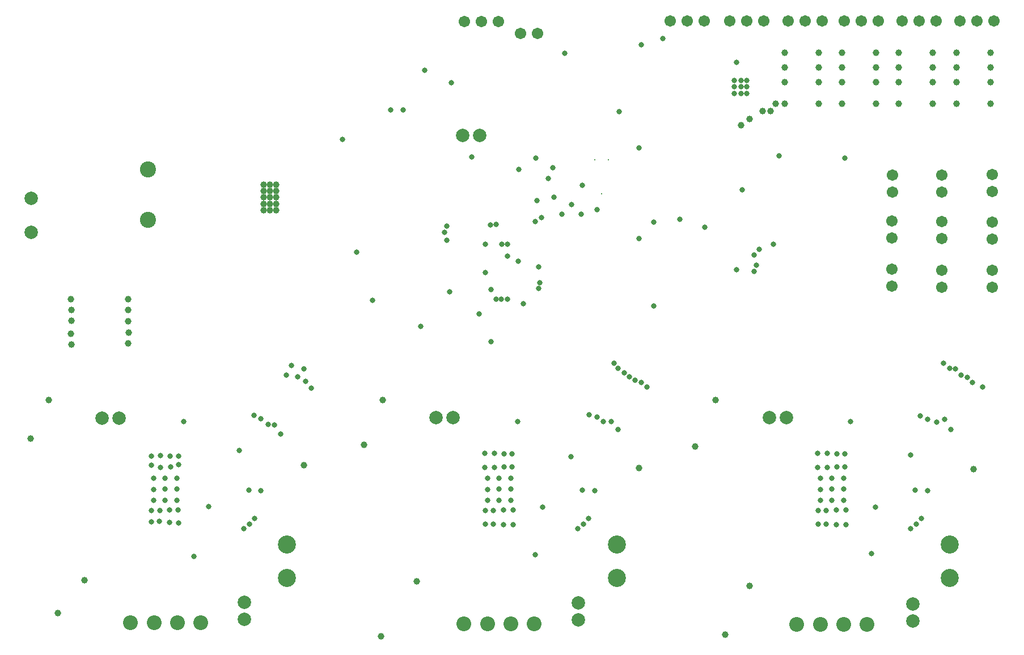
<source format=gbs>
G04 Layer_Color=16711935*
%FSLAX44Y44*%
%MOMM*%
G71*
G01*
G75*
%ADD115C,2.0032*%
%ADD116C,2.4032*%
%ADD117C,2.7032*%
%ADD118C,0.2032*%
%ADD119C,1.7032*%
%ADD120C,2.2032*%
%ADD121C,1.0032*%
%ADD122C,0.8032*%
D115*
X365500Y86800D02*
D03*
Y112200D02*
D03*
X864500Y85800D02*
D03*
Y111200D02*
D03*
X1363500Y84300D02*
D03*
Y109700D02*
D03*
X717000Y809500D02*
D03*
X691600D02*
D03*
X1149300Y387500D02*
D03*
X1174700D02*
D03*
X651800Y388000D02*
D03*
X677200D02*
D03*
X152800Y387000D02*
D03*
X178200D02*
D03*
X47000Y664600D02*
D03*
Y715400D02*
D03*
D116*
X221500Y683500D02*
D03*
Y758500D02*
D03*
D117*
X429000Y198000D02*
D03*
Y148000D02*
D03*
X921460Y148500D02*
D03*
Y198500D02*
D03*
X1418460Y198500D02*
D03*
Y148500D02*
D03*
D118*
X898900Y722090D02*
D03*
X888740Y772890D02*
D03*
X909060D02*
D03*
D119*
X1482000Y751000D02*
D03*
Y725600D02*
D03*
X1333000Y750400D02*
D03*
Y725000D02*
D03*
X1482000Y608400D02*
D03*
Y583000D02*
D03*
X1407000Y608400D02*
D03*
Y583000D02*
D03*
X1332000Y609400D02*
D03*
X1332000Y584000D02*
D03*
X1407000Y750400D02*
D03*
Y725000D02*
D03*
X1482000Y680400D02*
D03*
Y655000D02*
D03*
X1407000Y681000D02*
D03*
Y655600D02*
D03*
X1332000Y681400D02*
D03*
X1332000Y656000D02*
D03*
X1026310Y980550D02*
D03*
X1000910D02*
D03*
X1051710D02*
D03*
X1115210D02*
D03*
X1089810D02*
D03*
X1140610D02*
D03*
X778000Y962000D02*
D03*
X803400D02*
D03*
X719000Y980000D02*
D03*
X693600D02*
D03*
X744400D02*
D03*
X1459380Y980550D02*
D03*
X1433980D02*
D03*
X1484780D02*
D03*
X1373020D02*
D03*
X1347620D02*
D03*
X1398420D02*
D03*
X1286660D02*
D03*
X1261260D02*
D03*
X1312060D02*
D03*
X1202840D02*
D03*
X1177440D02*
D03*
X1228240D02*
D03*
D120*
X300500Y81000D02*
D03*
X265500D02*
D03*
X230500D02*
D03*
X195500D02*
D03*
X798500Y80000D02*
D03*
X763500D02*
D03*
X728500D02*
D03*
X693500D02*
D03*
X1295500Y79000D02*
D03*
X1260500D02*
D03*
X1225500D02*
D03*
X1190500D02*
D03*
D121*
X1479700Y856970D02*
D03*
Y888970D02*
D03*
X1428900D02*
D03*
Y856970D02*
D03*
X1479700Y910970D02*
D03*
Y932970D02*
D03*
X1428900D02*
D03*
Y910970D02*
D03*
X1342540D02*
D03*
Y932970D02*
D03*
X1393340D02*
D03*
Y910970D02*
D03*
X1342540Y856970D02*
D03*
Y888970D02*
D03*
X1393340D02*
D03*
Y856970D02*
D03*
X1308250D02*
D03*
Y888970D02*
D03*
X1257450D02*
D03*
Y856970D02*
D03*
X1308250Y910970D02*
D03*
Y932970D02*
D03*
X1257450D02*
D03*
Y910970D02*
D03*
X1172360D02*
D03*
Y932970D02*
D03*
X1223160D02*
D03*
Y910970D02*
D03*
X1172360Y856970D02*
D03*
Y888970D02*
D03*
X1223160D02*
D03*
Y856970D02*
D03*
X87000Y95500D02*
D03*
X569500Y61500D02*
D03*
X1083500Y64000D02*
D03*
X1454000Y310500D02*
D03*
X954500Y312500D02*
D03*
X454000Y316500D02*
D03*
X46000Y357000D02*
D03*
X1039000Y345000D02*
D03*
X544000Y347500D02*
D03*
X623000Y143000D02*
D03*
X127000Y144500D02*
D03*
X1120000Y136500D02*
D03*
X107000Y497500D02*
D03*
X106500Y513500D02*
D03*
X107000Y532500D02*
D03*
Y548500D02*
D03*
X106500Y564500D02*
D03*
X192500Y515000D02*
D03*
X192065Y548900D02*
D03*
Y532000D02*
D03*
X192000Y498500D02*
D03*
X192065Y564576D02*
D03*
X1159000Y857000D02*
D03*
X403500Y698000D02*
D03*
X394000D02*
D03*
Y707500D02*
D03*
X403500D02*
D03*
X413000D02*
D03*
Y698000D02*
D03*
Y717000D02*
D03*
X403500D02*
D03*
X394000D02*
D03*
Y726500D02*
D03*
X403500D02*
D03*
Y736000D02*
D03*
X394000D02*
D03*
X413000Y726500D02*
D03*
Y736000D02*
D03*
X1069000Y414000D02*
D03*
X572000D02*
D03*
X73540Y414000D02*
D03*
X1151000Y846000D02*
D03*
X1139000D02*
D03*
X1120000Y834000D02*
D03*
X1107000Y825000D02*
D03*
D122*
X1307500Y254000D02*
D03*
X1301500Y184500D02*
D03*
X853000Y329500D02*
D03*
X810500Y254500D02*
D03*
X799500Y183000D02*
D03*
X254500Y330400D02*
D03*
X267000Y330500D02*
D03*
X266900Y318000D02*
D03*
X226800Y330500D02*
D03*
X240000Y331100D02*
D03*
X226500Y317000D02*
D03*
X227000Y249000D02*
D03*
X238900Y233000D02*
D03*
X227000Y232500D02*
D03*
X267500Y230500D02*
D03*
X254000Y231000D02*
D03*
X266500Y249500D02*
D03*
X312000Y255000D02*
D03*
X290499Y180500D02*
D03*
X357500Y338500D02*
D03*
X1445027Y447783D02*
D03*
X1435460Y451000D02*
D03*
X1399604Y381000D02*
D03*
X1411391Y385311D02*
D03*
X1100500Y919000D02*
D03*
X1385460Y385000D02*
D03*
X1375000Y390540D02*
D03*
X901000Y382000D02*
D03*
X892460Y389000D02*
D03*
X880000Y392540D02*
D03*
X420000Y363000D02*
D03*
X410000Y377000D02*
D03*
X401000Y378000D02*
D03*
X390000Y386000D02*
D03*
X380000Y391500D02*
D03*
X1262000Y776000D02*
D03*
X990000Y954000D02*
D03*
X802000Y712000D02*
D03*
X775000Y759000D02*
D03*
X672000Y576000D02*
D03*
X557000Y563000D02*
D03*
X716000Y543000D02*
D03*
X629000Y524000D02*
D03*
X734000Y501000D02*
D03*
X668000Y674000D02*
D03*
X854000Y706000D02*
D03*
X826000Y761000D02*
D03*
X819000Y745000D02*
D03*
X870000Y735000D02*
D03*
X954433Y655783D02*
D03*
X809000Y687000D02*
D03*
X758000Y629000D02*
D03*
X1130000Y616000D02*
D03*
X428000Y451000D02*
D03*
X436000Y466000D02*
D03*
X445000Y449000D02*
D03*
X457000Y442000D02*
D03*
X705000Y777000D02*
D03*
X801000Y776000D02*
D03*
X828000Y717000D02*
D03*
X844000Y932000D02*
D03*
X958000Y945000D02*
D03*
X1109000Y728000D02*
D03*
X1164000Y779000D02*
D03*
X955000Y791000D02*
D03*
X512000Y804000D02*
D03*
X1016000Y684000D02*
D03*
X734000Y579000D02*
D03*
X725000Y647000D02*
D03*
X750000D02*
D03*
X758000D02*
D03*
X807000Y589000D02*
D03*
X805000Y613000D02*
D03*
X725000Y605000D02*
D03*
X977000Y555000D02*
D03*
Y680000D02*
D03*
X925000Y845000D02*
D03*
X1100000Y609000D02*
D03*
X1127000Y606000D02*
D03*
X1155000Y647000D02*
D03*
X1134000Y639000D02*
D03*
X1127000Y631000D02*
D03*
X805000Y581000D02*
D03*
X1107000Y882000D02*
D03*
X1097000D02*
D03*
X1107000Y872000D02*
D03*
X868000Y692000D02*
D03*
X840000D02*
D03*
X1360460Y332000D02*
D03*
X1270460Y382000D02*
D03*
X1367460Y279120D02*
D03*
X1385460Y279000D02*
D03*
X1360460Y222000D02*
D03*
X1420460Y370000D02*
D03*
X1368460Y229000D02*
D03*
X1376460Y237000D02*
D03*
X1225460Y264500D02*
D03*
X1260460D02*
D03*
X1242460D02*
D03*
X1225460Y280500D02*
D03*
X1242290Y281120D02*
D03*
X1242460Y297500D02*
D03*
X1260460Y281500D02*
D03*
X1225460Y297500D02*
D03*
X1260460D02*
D03*
X1250460Y314000D02*
D03*
Y334000D02*
D03*
X1262460Y314000D02*
D03*
Y334000D02*
D03*
X1221460Y313500D02*
D03*
Y334500D02*
D03*
X1235460Y313500D02*
D03*
Y334500D02*
D03*
X1249460Y227500D02*
D03*
Y249500D02*
D03*
X1263460Y227500D02*
D03*
Y249500D02*
D03*
X1234460Y228500D02*
D03*
X1222460D02*
D03*
Y249000D02*
D03*
X1234460D02*
D03*
X773460Y382000D02*
D03*
X870460Y279120D02*
D03*
X888460Y279000D02*
D03*
X863460Y222000D02*
D03*
X923460Y370000D02*
D03*
X871460Y229000D02*
D03*
X913460Y382000D02*
D03*
X879460Y237000D02*
D03*
X728460Y264500D02*
D03*
X763460D02*
D03*
X745460D02*
D03*
X728460Y280500D02*
D03*
X745290Y281120D02*
D03*
X728460Y297500D02*
D03*
X763460Y281500D02*
D03*
X745460Y297500D02*
D03*
X763460D02*
D03*
X753460Y314000D02*
D03*
Y334000D02*
D03*
X765460Y314000D02*
D03*
Y334000D02*
D03*
X724460Y313500D02*
D03*
Y334500D02*
D03*
X738460Y313500D02*
D03*
Y334500D02*
D03*
X752460Y227500D02*
D03*
Y249500D02*
D03*
X766460Y227500D02*
D03*
Y249500D02*
D03*
X737460Y228500D02*
D03*
X725460D02*
D03*
Y249000D02*
D03*
X737460D02*
D03*
X275000Y382000D02*
D03*
X372000Y279120D02*
D03*
X390000Y279000D02*
D03*
X365000Y222000D02*
D03*
X373000Y229000D02*
D03*
X381000Y237000D02*
D03*
X230000Y264500D02*
D03*
X265000D02*
D03*
X247000D02*
D03*
X230000Y280500D02*
D03*
X246830Y281120D02*
D03*
X230000Y297500D02*
D03*
X265000Y281500D02*
D03*
X247000Y297500D02*
D03*
X265000D02*
D03*
X255000Y314000D02*
D03*
X240000Y313500D02*
D03*
X254000Y249500D02*
D03*
X239000Y249000D02*
D03*
X741000Y565000D02*
D03*
X749000D02*
D03*
X733000Y676000D02*
D03*
X741000Y677000D02*
D03*
X1468000Y434000D02*
D03*
X1452460Y440000D02*
D03*
X774820Y621180D02*
D03*
X782000Y558000D02*
D03*
X758000Y565000D02*
D03*
X465000Y432000D02*
D03*
X1097000Y892000D02*
D03*
X1107000D02*
D03*
X1116000D02*
D03*
Y882000D02*
D03*
X1097000Y872000D02*
D03*
X1116000D02*
D03*
X1053000Y672000D02*
D03*
X533000Y635000D02*
D03*
X454000Y461000D02*
D03*
X966500Y434000D02*
D03*
X958000Y440000D02*
D03*
X948500Y444000D02*
D03*
X940500Y449000D02*
D03*
X932498Y454999D02*
D03*
X917500Y469000D02*
D03*
X923357Y461857D02*
D03*
X1419000Y461500D02*
D03*
X892000Y698500D02*
D03*
X1427500Y461000D02*
D03*
X1409000Y469000D02*
D03*
X668000Y653000D02*
D03*
X664000Y665000D02*
D03*
X674500Y888000D02*
D03*
X800000Y680500D02*
D03*
X635000Y907000D02*
D03*
X583500Y848000D02*
D03*
X602500Y847500D02*
D03*
M02*

</source>
